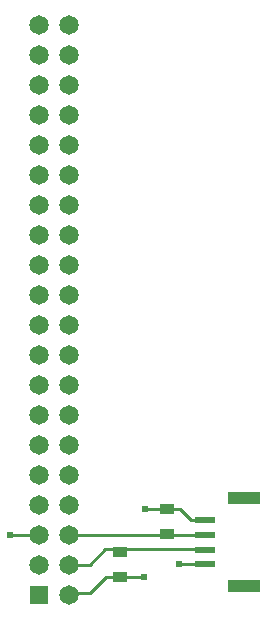
<source format=gbr>
%TF.GenerationSoftware,Altium Limited,Altium Designer,26.2.0 (7)*%
G04 Layer_Physical_Order=1*
G04 Layer_Color=255*
%FSLAX45Y45*%
%MOMM*%
%TF.SameCoordinates,BFD0C231-D01E-4025-B592-F1B292206DE3*%
%TF.FilePolarity,Positive*%
%TF.FileFunction,Copper,L1,Top,Signal*%
%TF.Part,Single*%
G01*
G75*
%TA.AperFunction,SMDPad,CuDef*%
%ADD10R,1.20000X0.90000*%
%ADD11R,2.80000X1.00000*%
%ADD12R,1.70000X0.60000*%
%TA.AperFunction,Conductor*%
%ADD13C,0.25400*%
%TA.AperFunction,ComponentPad*%
%ADD14R,1.65000X1.65000*%
%ADD15C,1.65000*%
%TA.AperFunction,TestPad*%
%ADD16C,0.60960*%
D10*
X15030000Y3685000D02*
D03*
Y3895000D02*
D03*
X15430000Y4255000D02*
D03*
Y4045000D02*
D03*
D11*
X16085001Y4350000D02*
D03*
Y3605000D02*
D03*
D12*
X15750000Y3790000D02*
D03*
Y3915000D02*
D03*
Y4040000D02*
D03*
Y4165000D02*
D03*
D13*
X15245000Y4255000D02*
X15430000D01*
X15030000Y3685000D02*
X15235001D01*
X15430000Y4255000D02*
X15545000D01*
X15635001Y4165000D01*
X15750000D01*
X14914999Y3685000D02*
X15030000D01*
X14780000Y3550000D02*
X14914999Y3685000D01*
X14620000Y3550000D02*
X14780000D01*
X14603999Y3534000D02*
X14620000Y3550000D01*
X14100000Y4040000D02*
X14102000Y4042000D01*
X14350000D01*
X15530000Y3790000D02*
X15750000D01*
X15745000Y3920000D02*
X15750000Y3915000D01*
X14910001Y3920000D02*
X15745000D01*
X14778000Y3788000D02*
X14910001Y3920000D01*
X14603999Y3788000D02*
X14778000D01*
X15749001Y4041000D02*
X15750000Y4040000D01*
X14605000Y4041000D02*
X15749001D01*
X14603999Y4042000D02*
X14605000Y4041000D01*
D14*
X14350000Y3534000D02*
D03*
D15*
X14603999D02*
D03*
X14350000Y3788000D02*
D03*
X14603999D02*
D03*
X14350000Y4042000D02*
D03*
X14603999D02*
D03*
X14350000Y4296000D02*
D03*
X14603999D02*
D03*
X14350000Y4550000D02*
D03*
X14603999D02*
D03*
X14350000Y4804000D02*
D03*
X14603999D02*
D03*
X14350000Y5058000D02*
D03*
X14603999D02*
D03*
X14350000Y5312000D02*
D03*
X14603999D02*
D03*
X14350000Y5566000D02*
D03*
X14603999D02*
D03*
X14350000Y5820000D02*
D03*
X14603999D02*
D03*
X14350000Y6074000D02*
D03*
X14603999D02*
D03*
X14350000Y6328000D02*
D03*
X14603999D02*
D03*
X14350000Y6582000D02*
D03*
X14603999D02*
D03*
X14350000Y6836000D02*
D03*
X14603999D02*
D03*
X14350000Y7090000D02*
D03*
X14603999D02*
D03*
X14350000Y7344000D02*
D03*
X14603999D02*
D03*
X14350000Y7598000D02*
D03*
X14603999D02*
D03*
X14350000Y7852000D02*
D03*
X14603999D02*
D03*
X14350000Y8106000D02*
D03*
X14603999D02*
D03*
X14350000Y8360000D02*
D03*
X14603999D02*
D03*
D16*
X15245000Y4255000D02*
D03*
X15235001Y3685000D02*
D03*
X14102000Y4042000D02*
D03*
X15530000Y3790000D02*
D03*
%TF.MD5,e6bc97d95f3d0f1838df8bcf343efd1a*%
M02*

</source>
